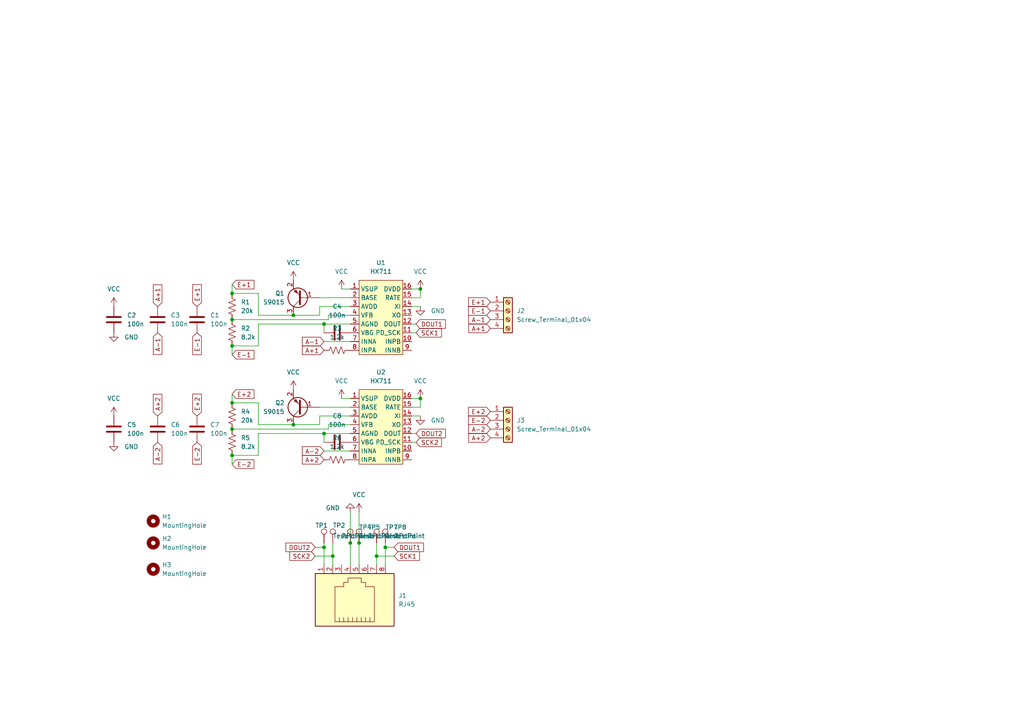
<source format=kicad_sch>
(kicad_sch (version 20211123) (generator eeschema)
  (paper "A4")
  (lib_symbols
    (symbol "Alex_Custom:HX711"
      (property "Reference" "U" (at 0 2.54 0))
      (property "Value" "HX711" (at 0 0 0))
      (symbol "HX711_0_1"
        (rectangle (start -6.35 -1.27) (end 6.35 -22.86) (fill (type background)))
      )
      (symbol "HX711_1_1"
        (pin input line (at -8.89 -3.81 0) (length 2.54) (name "VSUP") (number "1"))
        (pin input line (at 8.89 -19.05 180) (length 2.54) (name "INPB") (number "10"))
        (pin input line (at 8.89 -16.51 180) (length 2.54) (name "PD_SCK") (number "11"))
        (pin output line (at 8.89 -13.97 180) (length 2.54) (name "DOUT") (number "12"))
        (pin input line (at 8.89 -11.43 180) (length 2.54) (name "XO") (number "13"))
        (pin input line (at 8.89 -8.89 180) (length 2.54) (name "XI") (number "14"))
        (pin input line (at 8.89 -6.35 180) (length 2.54) (name "RATE") (number "15"))
        (pin input line (at 8.89 -3.81 180) (length 2.54) (name "DVDD") (number "16"))
        (pin input line (at -8.89 -6.35 0) (length 2.54) (name "BASE") (number "2"))
        (pin input line (at -8.89 -8.89 0) (length 2.54) (name "AVDD") (number "3"))
        (pin input line (at -8.89 -11.43 0) (length 2.54) (name "VFB") (number "4"))
        (pin input line (at -8.89 -13.97 0) (length 2.54) (name "AGND") (number "5"))
        (pin input line (at -8.89 -16.51 0) (length 2.54) (name "VBG") (number "6"))
        (pin input line (at -8.89 -19.05 0) (length 2.54) (name "INNA") (number "7"))
        (pin input line (at -8.89 -21.59 0) (length 2.54) (name "INPA") (number "8"))
        (pin input line (at 8.89 -21.59 180) (length 2.54) (name "INNB") (number "9"))
      )
    )
    (symbol "Connector:RJ45" (pin_names (offset 1.016))
      (property "Reference" "J" (at -5.08 13.97 0))
      (property "Value" "RJ45" (at 2.54 13.97 0))
      (symbol "RJ45_0_1"
        (polyline (pts (xy -5.08 4.445) (xy -6.35 4.445)))
        (polyline (pts (xy -5.08 5.715) (xy -6.35 5.715)))
        (polyline (pts (xy -6.35 -3.175) (xy -5.08 -3.175) (xy -5.08 -3.175)))
        (polyline (pts (xy -6.35 -1.905) (xy -5.08 -1.905) (xy -5.08 -1.905)))
        (polyline (pts (xy -6.35 -0.635) (xy -5.08 -0.635) (xy -5.08 -0.635)))
        (polyline (pts (xy -6.35 0.635) (xy -5.08 0.635) (xy -5.08 0.635)))
        (polyline (pts (xy -6.35 1.905) (xy -5.08 1.905) (xy -5.08 1.905)))
        (polyline (pts (xy -5.08 3.175) (xy -6.35 3.175) (xy -6.35 3.175)))
        (polyline (pts (xy -6.35 -4.445) (xy -6.35 6.985) (xy 3.81 6.985) (xy 3.81 4.445) (xy 5.08 4.445) (xy 5.08 3.175) (xy 6.35 3.175) (xy 6.35 -0.635) (xy 5.08 -0.635) (xy 5.08 -1.905) (xy 3.81 -1.905) (xy 3.81 -4.445) (xy -6.35 -4.445) (xy -6.35 -4.445)))
        (rectangle (start 7.62 12.7) (end -7.62 -10.16) (stroke (width 0.254)) (fill (type background)))
      )
      (symbol "RJ45_1_1"
        (pin passive line (at 10.16 -7.62 180) (length 2.54) (name "~") (number "1"))
        (pin passive line (at 10.16 -5.08 180) (length 2.54) (name "~") (number "2"))
        (pin passive line (at 10.16 -2.54 180) (length 2.54) (name "~") (number "3"))
        (pin passive line (at 10.16 0 180) (length 2.54) (name "~") (number "4"))
        (pin passive line (at 10.16 2.54 180) (length 2.54) (name "~") (number "5"))
        (pin passive line (at 10.16 5.08 180) (length 2.54) (name "~") (number "6"))
        (pin passive line (at 10.16 7.62 180) (length 2.54) (name "~") (number "7"))
        (pin passive line (at 10.16 10.16 180) (length 2.54) (name "~") (number "8"))
      )
    )
    (symbol "Connector:Screw_Terminal_01x04" (pin_names (offset 1.016) hide)
      (property "Reference" "J" (at 0 5.08 0))
      (property "Value" "Screw_Terminal_01x04" (at 0 -7.62 0))
      (symbol "Screw_Terminal_01x04_1_1"
        (rectangle (start -1.27 3.81) (end 1.27 -6.35) (stroke (width 0.254)) (fill (type background)))
        (circle (center 0 -5.08) (radius 0.635) (stroke (width 0.1524)))
        (circle (center 0 -2.54) (radius 0.635) (stroke (width 0.1524)))
        (polyline (pts (xy -0.5334 -4.7498) (xy 0.3302 -5.588)) (stroke (width 0.1524)))
        (polyline (pts (xy -0.5334 -2.2098) (xy 0.3302 -3.048)) (stroke (width 0.1524)))
        (polyline (pts (xy -0.5334 0.3302) (xy 0.3302 -0.508)) (stroke (width 0.1524)))
        (polyline (pts (xy -0.5334 2.8702) (xy 0.3302 2.032)) (stroke (width 0.1524)))
        (polyline (pts (xy -0.3556 -4.572) (xy 0.508 -5.4102)) (stroke (width 0.1524)))
        (polyline (pts (xy -0.3556 -2.032) (xy 0.508 -2.8702)) (stroke (width 0.1524)))
        (polyline (pts (xy -0.3556 0.508) (xy 0.508 -0.3302)) (stroke (width 0.1524)))
        (polyline (pts (xy -0.3556 3.048) (xy 0.508 2.2098)) (stroke (width 0.1524)))
        (circle (center 0 0) (radius 0.635) (stroke (width 0.1524)))
        (circle (center 0 2.54) (radius 0.635) (stroke (width 0.1524)))
        (pin passive line (at -5.08 2.54 0) (length 3.81) (name "Pin_1") (number "1"))
        (pin passive line (at -5.08 0 0) (length 3.81) (name "Pin_2") (number "2"))
        (pin passive line (at -5.08 -2.54 0) (length 3.81) (name "Pin_3") (number "3"))
        (pin passive line (at -5.08 -5.08 0) (length 3.81) (name "Pin_4") (number "4"))
      )
    )
    (symbol "Connector:TestPoint" (pin_numbers hide) (pin_names (offset 0.762) hide)
      (property "Reference" "TP" (at 0 6.858 0))
      (property "Value" "TestPoint" (at 0 5.08 0))
      (symbol "TestPoint_0_1"
        (circle (center 0 3.302) (radius 0.762))
      )
      (symbol "TestPoint_1_1"
        (pin passive line (at 0 0 90) (length 2.54) (name "1") (number "1"))
      )
    )
    (symbol "Device:C" (pin_numbers hide) (pin_names (offset 0.254))
      (property "Reference" "C" (at 0.635 2.54 0))
      (property "Value" "C" (at 0.635 -2.54 0))
      (symbol "C_0_1"
        (polyline (pts (xy -2.032 -0.762) (xy 2.032 -0.762)) (stroke (width 0.508)))
        (polyline (pts (xy -2.032 0.762) (xy 2.032 0.762)) (stroke (width 0.508)))
      )
      (symbol "C_1_1"
        (pin passive line (at 0 3.81 270) (length 2.794) (name "~") (number "1"))
        (pin passive line (at 0 -3.81 90) (length 2.794) (name "~") (number "2"))
      )
    )
    (symbol "Device:R_US" (pin_numbers hide) (pin_names (offset 0))
      (property "Reference" "R" (at 2.54 0 90))
      (property "Value" "R_US" (at -2.54 0 90))
      (symbol "R_US_0_1"
        (polyline (pts (xy 0 -2.286) (xy 0 -2.54)))
        (polyline (pts (xy 0 2.286) (xy 0 2.54)))
        (polyline (pts (xy 0 -0.762) (xy 1.016 -1.143) (xy 0 -1.524) (xy -1.016 -1.905) (xy 0 -2.286)))
        (polyline (pts (xy 0 0.762) (xy 1.016 0.381) (xy 0 0) (xy -1.016 -0.381) (xy 0 -0.762)))
        (polyline (pts (xy 0 2.286) (xy 1.016 1.905) (xy 0 1.524) (xy -1.016 1.143) (xy 0 0.762)))
      )
      (symbol "R_US_1_1"
        (pin passive line (at 0 3.81 270) (length 1.27) (name "~") (number "1"))
        (pin passive line (at 0 -3.81 90) (length 1.27) (name "~") (number "2"))
      )
    )
    (symbol "Mechanical:MountingHole" (pin_names (offset 1.016))
      (property "Reference" "H" (at 0 5.08 0))
      (property "Value" "MountingHole" (at 0 3.175 0))
      (symbol "MountingHole_0_1"
        (circle (center 0 0) (radius 1.27) (stroke (width 1.27)))
      )
    )
    (symbol "Transistor_BJT:MMBT3906" (pin_names (offset 0) hide)
      (property "Reference" "Q" (at 5.08 1.905 0))
      (property "Value" "MMBT3906" (at 5.08 0 0))
      (symbol "MMBT3906_0_1"
        (polyline (pts (xy 0.635 0.635) (xy 2.54 2.54)))
        (polyline (pts (xy 0.635 -0.635) (xy 2.54 -2.54) (xy 2.54 -2.54)))
        (polyline (pts (xy 0.635 1.905) (xy 0.635 -1.905) (xy 0.635 -1.905)) (stroke (width 0.508)))
        (polyline (pts (xy 2.286 -1.778) (xy 1.778 -2.286) (xy 1.27 -1.27) (xy 2.286 -1.778) (xy 2.286 -1.778)) (fill (type outline)))
        (circle (center 1.27 0) (radius 2.8194) (stroke (width 0.254)))
      )
      (symbol "MMBT3906_1_1"
        (pin input line (at -5.08 0 0) (length 5.715) (name "B") (number "1"))
        (pin passive line (at 2.54 -5.08 90) (length 2.54) (name "E") (number "2"))
        (pin passive line (at 2.54 5.08 270) (length 2.54) (name "C") (number "3"))
      )
    )
    (symbol "power:GND" (power) (pin_names (offset 0))
      (property "Value" "GND" (at 0 -3.81 0))
      (symbol "GND_0_1"
        (polyline (pts (xy 0 0) (xy 0 -1.27) (xy 1.27 -1.27) (xy 0 -2.54) (xy -1.27 -1.27) (xy 0 -1.27)))
      )
      (symbol "GND_1_1"
        (pin power_in line (at 0 0 270) (length 0) hide (name "GND") (number "1"))
      )
    )
    (symbol "power:VCC" (power) (pin_names (offset 0))
      (property "Value" "VCC" (at 0 3.81 0))
      (symbol "VCC_0_1"
        (polyline (pts (xy -0.762 1.27) (xy 0 2.54)))
        (polyline (pts (xy 0 0) (xy 0 2.54)))
        (polyline (pts (xy 0 2.54) (xy 0.762 1.27)))
      )
      (symbol "VCC_1_1"
        (pin power_in line (at 0 0 90) (length 0) hide (name "VCC") (number "1"))
      )
    )
  )
  (junction (at 67.31 124.46))
  (junction (at 121.92 115.57))
  (junction (at 96.52 161.29))
  (junction (at 93.98 93.98))
  (junction (at 85.09 91.44))
  (junction (at 109.22 161.29))
  (junction (at 67.31 85.09))
  (junction (at 85.09 123.19))
  (junction (at 104.14 157.48))
  (junction (at 93.98 125.73))
  (junction (at 67.31 100.33))
  (junction (at 67.31 116.84))
  (junction (at 93.98 158.75))
  (junction (at 121.92 83.82))
  (junction (at 67.31 132.08))
  (junction (at 67.31 92.71))
  (junction (at 111.76 158.75))
  (junction (at 101.6 157.48))
  (wire (pts (xy 67.31 82.55) (xy 67.31 85.09)))
  (wire (pts (xy 109.22 161.29) (xy 114.3 161.29)))
  (wire (pts (xy 74.93 85.09) (xy 74.93 91.44)))
  (wire (pts (xy 109.22 161.29) (xy 109.22 163.83)))
  (wire (pts (xy 92.71 123.19) (xy 92.71 120.65)))
  (wire (pts (xy 95.25 123.19) (xy 95.25 124.46)))
  (wire (pts (xy 92.71 120.65) (xy 101.6 120.65)))
  (wire (pts (xy 93.98 130.81) (xy 101.6 130.81)))
  (wire (pts (xy 74.93 123.19) (xy 85.09 123.19)))
  (wire (pts (xy 74.93 100.33) (xy 74.93 93.98)))
  (wire (pts (xy 93.98 157.48) (xy 93.98 158.75)))
  (wire (pts (xy 119.38 120.65) (xy 121.92 120.65)))
  (wire (pts (xy 74.93 93.98) (xy 93.98 93.98)))
  (wire (pts (xy 74.93 116.84) (xy 74.93 123.19)))
  (wire (pts (xy 91.44 161.29) (xy 96.52 161.29)))
  (wire (pts (xy 111.76 158.75) (xy 111.76 163.83)))
  (wire (pts (xy 67.31 116.84) (xy 74.93 116.84)))
  (wire (pts (xy 101.6 91.44) (xy 95.25 91.44)))
  (wire (pts (xy 121.92 86.36) (xy 121.92 83.82)))
  (wire (pts (xy 119.38 83.82) (xy 121.92 83.82)))
  (wire (pts (xy 119.38 115.57) (xy 121.92 115.57)))
  (wire (pts (xy 74.93 125.73) (xy 93.98 125.73)))
  (wire (pts (xy 101.6 157.48) (xy 101.6 163.83)))
  (wire (pts (xy 67.31 100.33) (xy 67.31 102.87)))
  (wire (pts (xy 85.09 91.44) (xy 92.71 91.44)))
  (wire (pts (xy 93.98 93.98) (xy 93.98 96.52)))
  (wire (pts (xy 92.71 86.36) (xy 101.6 86.36)))
  (wire (pts (xy 111.76 157.48) (xy 111.76 158.75)))
  (wire (pts (xy 74.93 132.08) (xy 74.93 125.73)))
  (wire (pts (xy 93.98 125.73) (xy 101.6 125.73)))
  (wire (pts (xy 95.25 92.71) (xy 67.31 92.71)))
  (wire (pts (xy 67.31 100.33) (xy 74.93 100.33)))
  (wire (pts (xy 109.22 157.48) (xy 109.22 161.29)))
  (wire (pts (xy 92.71 91.44) (xy 92.71 88.9)))
  (wire (pts (xy 119.38 125.73) (xy 120.65 125.73)))
  (wire (pts (xy 119.38 93.98) (xy 120.65 93.98)))
  (wire (pts (xy 91.44 158.75) (xy 93.98 158.75)))
  (wire (pts (xy 95.25 91.44) (xy 95.25 92.71)))
  (wire (pts (xy 85.09 123.19) (xy 92.71 123.19)))
  (wire (pts (xy 67.31 85.09) (xy 74.93 85.09)))
  (wire (pts (xy 119.38 86.36) (xy 121.92 86.36)))
  (wire (pts (xy 93.98 125.73) (xy 93.98 128.27)))
  (wire (pts (xy 67.31 132.08) (xy 67.31 134.62)))
  (wire (pts (xy 121.92 118.11) (xy 121.92 115.57)))
  (wire (pts (xy 104.14 157.48) (xy 104.14 163.83)))
  (wire (pts (xy 119.38 118.11) (xy 121.92 118.11)))
  (wire (pts (xy 99.06 115.57) (xy 101.6 115.57)))
  (wire (pts (xy 119.38 96.52) (xy 120.65 96.52)))
  (wire (pts (xy 93.98 99.06) (xy 101.6 99.06)))
  (wire (pts (xy 92.71 118.11) (xy 101.6 118.11)))
  (wire (pts (xy 67.31 114.3) (xy 67.31 116.84)))
  (wire (pts (xy 95.25 124.46) (xy 67.31 124.46)))
  (wire (pts (xy 101.6 123.19) (xy 95.25 123.19)))
  (wire (pts (xy 104.14 148.59) (xy 104.14 157.48)))
  (wire (pts (xy 99.06 83.82) (xy 101.6 83.82)))
  (wire (pts (xy 111.76 158.75) (xy 114.3 158.75)))
  (wire (pts (xy 74.93 91.44) (xy 85.09 91.44)))
  (wire (pts (xy 101.6 148.59) (xy 101.6 157.48)))
  (wire (pts (xy 92.71 88.9) (xy 101.6 88.9)))
  (wire (pts (xy 96.52 161.29) (xy 96.52 163.83)))
  (wire (pts (xy 93.98 93.98) (xy 101.6 93.98)))
  (wire (pts (xy 67.31 132.08) (xy 74.93 132.08)))
  (wire (pts (xy 119.38 88.9) (xy 121.92 88.9)))
  (wire (pts (xy 119.38 128.27) (xy 120.65 128.27)))
  (wire (pts (xy 96.52 157.48) (xy 96.52 161.29)))
  (wire (pts (xy 93.98 158.75) (xy 93.98 163.83)))
  (global_label "DOUT2" (shape input) (at 120.65 125.73 0) (property "Intersheet References" "${INTERSHEET_REFS}" (effects hide)))
  (global_label "E-2" (shape input) (at 142.24 121.92 180) (property "Intersheet References" "${INTERSHEET_REFS}" (effects hide)))
  (global_label "A+2" (shape input) (at 45.72 120.65 90) (property "Intersheet References" "${INTERSHEET_REFS}" (effects hide)))
  (global_label "DOUT2" (shape input) (at 91.44 158.75 180) (property "Intersheet References" "${INTERSHEET_REFS}" (effects hide)))
  (global_label "SCK1" (shape input) (at 120.65 96.52 0) (property "Intersheet References" "${INTERSHEET_REFS}" (effects hide)))
  (global_label "SCK2" (shape input) (at 91.44 161.29 180) (property "Intersheet References" "${INTERSHEET_REFS}" (effects hide)))
  (global_label "E+2" (shape input) (at 67.31 114.3 0) (property "Intersheet References" "${INTERSHEET_REFS}" (effects hide)))
  (global_label "E+2" (shape input) (at 57.15 120.65 90) (property "Intersheet References" "${INTERSHEET_REFS}" (effects hide)))
  (global_label "SCK1" (shape input) (at 114.3 161.29 0) (property "Intersheet References" "${INTERSHEET_REFS}" (effects hide)))
  (global_label "E-2" (shape input) (at 57.15 128.27 270) (property "Intersheet References" "${INTERSHEET_REFS}" (effects hide)))
  (global_label "E-1" (shape input) (at 57.15 96.52 270) (property "Intersheet References" "${INTERSHEET_REFS}" (effects hide)))
  (global_label "E-1" (shape input) (at 67.31 102.87 0) (property "Intersheet References" "${INTERSHEET_REFS}" (effects hide)))
  (global_label "A-1" (shape input) (at 142.24 92.71 180) (property "Intersheet References" "${INTERSHEET_REFS}" (effects hide)))
  (global_label "E-1" (shape input) (at 142.24 90.17 180) (property "Intersheet References" "${INTERSHEET_REFS}" (effects hide)))
  (global_label "A+2" (shape input) (at 93.98 133.35 180) (property "Intersheet References" "${INTERSHEET_REFS}" (effects hide)))
  (global_label "E+1" (shape input) (at 67.31 82.55 0) (property "Intersheet References" "${INTERSHEET_REFS}" (effects hide)))
  (global_label "DOUT1" (shape input) (at 120.65 93.98 0) (property "Intersheet References" "${INTERSHEET_REFS}" (effects hide)))
  (global_label "A+1" (shape input) (at 93.98 101.6 180) (property "Intersheet References" "${INTERSHEET_REFS}" (effects hide)))
  (global_label "A-1" (shape input) (at 45.72 96.52 270) (property "Intersheet References" "${INTERSHEET_REFS}" (effects hide)))
  (global_label "A-1" (shape input) (at 93.98 99.06 180) (property "Intersheet References" "${INTERSHEET_REFS}" (effects hide)))
  (global_label "A+2" (shape input) (at 142.24 127 180) (property "Intersheet References" "${INTERSHEET_REFS}" (effects hide)))
  (global_label "A-2" (shape input) (at 142.24 124.46 180) (property "Intersheet References" "${INTERSHEET_REFS}" (effects hide)))
  (global_label "A+1" (shape input) (at 45.72 88.9 90) (property "Intersheet References" "${INTERSHEET_REFS}" (effects hide)))
  (global_label "E+1" (shape input) (at 57.15 88.9 90) (property "Intersheet References" "${INTERSHEET_REFS}" (effects hide)))
  (global_label "E+2" (shape input) (at 142.24 119.38 180) (property "Intersheet References" "${INTERSHEET_REFS}" (effects hide)))
  (global_label "DOUT1" (shape input) (at 114.3 158.75 0) (property "Intersheet References" "${INTERSHEET_REFS}" (effects hide)))
  (global_label "E-2" (shape input) (at 67.31 134.62 0) (property "Intersheet References" "${INTERSHEET_REFS}" (effects hide)))
  (global_label "SCK2" (shape input) (at 120.65 128.27 0) (property "Intersheet References" "${INTERSHEET_REFS}" (effects hide)))
  (global_label "A-2" (shape input) (at 93.98 130.81 180) (property "Intersheet References" "${INTERSHEET_REFS}" (effects hide)))
  (global_label "E+1" (shape input) (at 142.24 87.63 180) (property "Intersheet References" "${INTERSHEET_REFS}" (effects hide)))
  (global_label "A+1" (shape input) (at 142.24 95.25 180) (property "Intersheet References" "${INTERSHEET_REFS}" (effects hide)))
  (global_label "A-2" (shape input) (at 45.72 128.27 270) (property "Intersheet References" "${INTERSHEET_REFS}" (effects hide)))
  (symbol (lib_id "Device:R_US") (at 67.31 88.9 0) (unit 1)
    (property "Reference" "R1" (at 69.85 87.6299 0) (effects (justify left)))
    (property "Value" "20k" (at 69.85 90.1699 0) (effects (justify left)))
    (property "Footprint" "Resistor_SMD:R_0603_1608Metric" (effects hide))
  )
  (symbol (lib_id "power:VCC") (at 33.02 120.65 0) (unit 1)
    (property "Reference" "#PWR0112" (effects hide))
    (property "Value" "VCC" (at 33.02 115.57 0))
  )
  (symbol (lib_id "power:GND") (at 33.02 96.52 0) (unit 1)
    (property "Reference" "#PWR0109" (effects hide))
    (property "Value" "GND" (at 38.1 97.79 0))
  )
  (symbol (lib_id "Connector:TestPoint") (at 93.98 157.48 0) (unit 1)
    (property "Reference" "TP1" (at 91.44 152.4 0) (effects (justify left)))
    (property "Value" "TestPoint" (at 96.52 155.4479 0) (effects (justify left)))
    (property "Footprint" "4ms_TestPoint:TestPoint_WireHole" (effects hide))
  )
  (symbol (lib_id "Connector:TestPoint") (at 109.22 157.48 0) (unit 1)
    (property "Reference" "TP7" (at 111.76 152.9079 0) (effects (justify left)))
    (property "Value" "TestPoint" (at 111.76 155.4479 0) (effects (justify left)))
    (property "Footprint" "4ms_TestPoint:TestPoint_WireHole" (effects hide))
  )
  (symbol (lib_id "Transistor_BJT:MMBT3906") (at 87.63 86.36 180) (unit 1)
    (property "Reference" "Q1" (at 82.55 85.0899 0) (effects (justify left)))
    (property "Value" "S9015" (at 82.55 87.6299 0) (effects (justify left)))
    (property "Footprint" "Package_TO_SOT_SMD:SOT-23" (effects hide))
    (property "Datasheet" "https://www.onsemi.com/pub/Collateral/2N3906-D.PDF" (effects hide))
  )
  (symbol (lib_id "Device:R_US") (at 67.31 96.52 0) (unit 1)
    (property "Reference" "R2" (at 69.85 95.2499 0) (effects (justify left)))
    (property "Value" "8.2k" (at 69.85 97.7899 0) (effects (justify left)))
    (property "Footprint" "Resistor_SMD:R_0603_1608Metric" (effects hide))
  )
  (symbol (lib_id "Connector:TestPoint") (at 96.52 157.48 0) (unit 1)
    (property "Reference" "TP2" (at 96.52 152.4 0) (effects (justify left)))
    (property "Value" "TestPoint" (at 99.06 155.4479 0) (effects (justify left)))
    (property "Footprint" "4ms_TestPoint:TestPoint_WireHole" (effects hide))
  )
  (symbol (lib_id "power:VCC") (at 33.02 88.9 0) (unit 1)
    (property "Reference" "#PWR0110" (effects hide))
    (property "Value" "VCC" (at 33.02 83.82 0))
  )
  (symbol (lib_id "Device:C") (at 97.79 128.27 90) (unit 1)
    (property "Reference" "C8" (at 97.79 120.65 90))
    (property "Value" "100n" (at 97.79 123.19 90))
    (property "Footprint" "Capacitor_SMD:C_0603_1608Metric" (effects hide))
  )
  (symbol (lib_id "Device:R_US") (at 97.79 133.35 90) (unit 1)
    (property "Reference" "R6" (at 97.79 127 90))
    (property "Value" "1.2k" (at 97.79 129.54 90))
    (property "Footprint" "Resistor_SMD:R_0603_1608Metric" (effects hide))
  )
  (symbol (lib_id "Device:R_US") (at 67.31 128.27 0) (unit 1)
    (property "Reference" "R5" (at 69.85 126.9999 0) (effects (justify left)))
    (property "Value" "8.2k" (at 69.85 129.5399 0) (effects (justify left)))
    (property "Footprint" "Resistor_SMD:R_0603_1608Metric" (effects hide))
  )
  (symbol (lib_id "Device:C") (at 45.72 124.46 0) (unit 1)
    (property "Reference" "C6" (at 49.53 123.1899 0) (effects (justify left)))
    (property "Value" "100n" (at 49.53 125.7299 0) (effects (justify left)))
    (property "Footprint" "Capacitor_SMD:C_0603_1608Metric" (effects hide))
  )
  (symbol (lib_id "Device:C") (at 45.72 92.71 0) (unit 1)
    (property "Reference" "C3" (at 49.53 91.4399 0) (effects (justify left)))
    (property "Value" "100n" (at 49.53 93.9799 0) (effects (justify left)))
    (property "Footprint" "Capacitor_SMD:C_0603_1608Metric" (effects hide))
  )
  (symbol (lib_id "Connector:TestPoint") (at 104.14 157.48 0) (unit 1)
    (property "Reference" "TP5" (at 106.68 152.9079 0) (effects (justify left)))
    (property "Value" "TestPoint" (at 106.68 155.4479 0) (effects (justify left)))
    (property "Footprint" "4ms_TestPoint:TestPoint_WireHole" (effects hide))
  )
  (symbol (lib_id "Mechanical:MountingHole") (at 44.45 151.13 0) (unit 1)
    (property "Reference" "H1" (at 46.99 149.8599 0) (effects (justify left)))
    (property "Value" "MountingHole" (at 46.99 152.3999 0) (effects (justify left)))
    (property "Footprint" "MountingHole:MountingHole_3.2mm_M3" (effects hide))
  )
  (symbol (lib_id "power:GND") (at 33.02 128.27 0) (unit 1)
    (property "Reference" "#PWR0111" (effects hide))
    (property "Value" "GND" (at 38.1 129.54 0))
  )
  (symbol (lib_id "Connector:TestPoint") (at 111.76 157.48 0) (unit 1)
    (property "Reference" "TP8" (at 114.3 152.9079 0) (effects (justify left)))
    (property "Value" "TestPoint" (at 114.3 155.4479 0) (effects (justify left)))
    (property "Footprint" "4ms_TestPoint:TestPoint_WireHole" (effects hide))
  )
  (symbol (lib_id "Connector:Screw_Terminal_01x04") (at 147.32 121.92 0) (unit 1)
    (property "Reference" "J3" (at 149.86 121.9199 0) (effects (justify left)))
    (property "Value" "Screw_Terminal_01x04" (at 149.86 124.4599 0) (effects (justify left)))
    (property "Footprint" "TerminalBlock:TerminalBlock_bornier-4_P5.08mm" (effects hide))
  )
  (symbol (lib_id "power:GND") (at 121.92 120.65 0) (unit 1)
    (property "Reference" "#PWR0105" (effects hide))
    (property "Value" "GND" (at 127 121.92 0))
  )
  (symbol (lib_id "Alex_Custom:HX711") (at 110.49 80.01 0) (unit 1)
    (property "Reference" "U1" (at 110.49 76.2 0))
    (property "Value" "HX711" (at 110.49 78.74 0))
    (property "Footprint" "Package_SO:SOIC-16_3.9x9.9mm_P1.27mm" (effects hide))
  )
  (symbol (lib_id "power:VCC") (at 104.14 148.59 0) (unit 1)
    (property "Reference" "#PWR0113" (effects hide))
    (property "Value" "VCC" (at 104.14 143.51 0))
  )
  (symbol (lib_id "Device:C") (at 57.15 124.46 0) (unit 1)
    (property "Reference" "C7" (at 60.96 123.1899 0) (effects (justify left)))
    (property "Value" "100n" (at 60.96 125.7299 0) (effects (justify left)))
    (property "Footprint" "Capacitor_SMD:C_0603_1608Metric" (effects hide))
  )
  (symbol (lib_id "Device:C") (at 97.79 96.52 90) (unit 1)
    (property "Reference" "C4" (at 97.79 88.9 90))
    (property "Value" "100n" (at 97.79 91.44 90))
    (property "Footprint" "Capacitor_SMD:C_0603_1608Metric" (effects hide))
  )
  (symbol (lib_id "power:VCC") (at 85.09 81.28 0) (unit 1)
    (property "Reference" "#PWR0104" (effects hide))
    (property "Value" "VCC" (at 85.09 76.2 0))
  )
  (symbol (lib_id "power:GND") (at 121.92 88.9 0) (unit 1)
    (property "Reference" "#PWR0102" (effects hide))
    (property "Value" "GND" (at 127 90.17 0))
  )
  (symbol (lib_id "Mechanical:MountingHole") (at 44.45 157.48 0) (unit 1)
    (property "Reference" "H2" (at 46.99 156.2099 0) (effects (justify left)))
    (property "Value" "MountingHole" (at 46.99 158.7499 0) (effects (justify left)))
    (property "Footprint" "MountingHole:MountingHole_3.2mm_M3" (effects hide))
  )
  (symbol (lib_id "Alex_Custom:HX711") (at 110.49 111.76 0) (unit 1)
    (property "Reference" "U2" (at 110.49 107.95 0))
    (property "Value" "HX711" (at 110.49 110.49 0))
    (property "Footprint" "Package_SO:SOIC-16_3.9x9.9mm_P1.27mm" (effects hide))
  )
  (symbol (lib_id "Connector:TestPoint") (at 101.6 157.48 0) (unit 1)
    (property "Reference" "TP4" (at 104.14 152.9079 0) (effects (justify left)))
    (property "Value" "TestPoint" (at 104.14 155.4479 0) (effects (justify left)))
    (property "Footprint" "4ms_TestPoint:TestPoint_WireHole" (effects hide))
  )
  (symbol (lib_id "Mechanical:MountingHole") (at 44.45 165.1 0) (unit 1)
    (property "Reference" "H3" (at 46.99 163.8299 0) (effects (justify left)))
    (property "Value" "MountingHole" (at 46.99 166.3699 0) (effects (justify left)))
    (property "Footprint" "MountingHole:MountingHole_3.2mm_M3" (effects hide))
  )
  (symbol (lib_id "Transistor_BJT:MMBT3906") (at 87.63 118.11 180) (unit 1)
    (property "Reference" "Q2" (at 82.55 116.8399 0) (effects (justify left)))
    (property "Value" "S9015" (at 82.55 119.3799 0) (effects (justify left)))
    (property "Footprint" "Package_TO_SOT_SMD:SOT-23" (effects hide))
    (property "Datasheet" "https://www.onsemi.com/pub/Collateral/2N3906-D.PDF" (effects hide))
  )
  (symbol (lib_id "power:VCC") (at 121.92 115.57 0) (unit 1)
    (property "Reference" "#PWR0106" (effects hide))
    (property "Value" "VCC" (at 121.92 110.49 0))
  )
  (symbol (lib_id "Device:R_US") (at 97.79 101.6 90) (unit 1)
    (property "Reference" "R3" (at 97.79 95.25 90))
    (property "Value" "1.2k" (at 97.79 97.79 90))
    (property "Footprint" "Resistor_SMD:R_0603_1608Metric" (effects hide))
  )
  (symbol (lib_id "power:GND") (at 101.6 148.59 180) (unit 1)
    (property "Reference" "#PWR0114" (effects hide))
    (property "Value" "GND" (at 96.52 147.32 0))
  )
  (symbol (lib_id "power:VCC") (at 121.92 83.82 0) (unit 1)
    (property "Reference" "#PWR0101" (effects hide))
    (property "Value" "VCC" (at 121.92 78.74 0))
  )
  (symbol (lib_id "Connector:Screw_Terminal_01x04") (at 147.32 90.17 0) (unit 1)
    (property "Reference" "J2" (at 149.86 90.1699 0) (effects (justify left)))
    (property "Value" "Screw_Terminal_01x04" (at 149.86 92.7099 0) (effects (justify left)))
    (property "Footprint" "TerminalBlock:TerminalBlock_bornier-4_P5.08mm" (effects hide))
  )
  (symbol (lib_id "power:VCC") (at 99.06 83.82 0) (unit 1)
    (property "Reference" "#PWR0103" (effects hide))
    (property "Value" "VCC" (at 99.06 78.74 0))
  )
  (symbol (lib_id "Connector:RJ45") (at 101.6 173.99 270) (mirror x) (unit 1)
    (property "Reference" "J1" (at 115.57 172.7199 90) (effects (justify left)))
    (property "Value" "RJ45" (at 115.57 175.2599 90) (effects (justify left)))
    (property "Footprint" "Connector_RJ:RJ45_OST_PJ012-8P8CX_Vertical" (effects hide))
  )
  (symbol (lib_id "power:VCC") (at 99.06 115.57 0) (unit 1)
    (property "Reference" "#PWR0107" (effects hide))
    (property "Value" "VCC" (at 99.06 110.49 0))
  )
  (symbol (lib_id "Device:R_US") (at 67.31 120.65 0) (unit 1)
    (property "Reference" "R4" (at 69.85 119.3799 0) (effects (justify left)))
    (property "Value" "20k" (at 69.85 121.9199 0) (effects (justify left)))
    (property "Footprint" "Resistor_SMD:R_0603_1608Metric" (effects hide))
  )
  (symbol (lib_id "Device:C") (at 57.15 92.71 0) (unit 1)
    (property "Reference" "C1" (at 60.96 91.4399 0) (effects (justify left)))
    (property "Value" "100n" (at 60.96 93.9799 0) (effects (justify left)))
    (property "Footprint" "Capacitor_SMD:C_0603_1608Metric" (effects hide))
  )
  (symbol (lib_id "Device:C") (at 33.02 124.46 0) (unit 1)
    (property "Reference" "C5" (at 36.83 123.1899 0) (effects (justify left)))
    (property "Value" "100n" (at 36.83 125.7299 0) (effects (justify left)))
    (property "Footprint" "Capacitor_SMD:C_0603_1608Metric" (effects hide))
  )
  (symbol (lib_id "Device:C") (at 33.02 92.71 0) (unit 1)
    (property "Reference" "C2" (at 36.83 91.4399 0) (effects (justify left)))
    (property "Value" "100n" (at 36.83 93.9799 0) (effects (justify left)))
    (property "Footprint" "Capacitor_SMD:C_0603_1608Metric" (effects hide))
  )
  (symbol (lib_id "power:VCC") (at 85.09 113.03 0) (unit 1)
    (property "Reference" "#PWR0108" (effects hide))
    (property "Value" "VCC" (at 85.09 107.95 0))
  )
)
</source>
